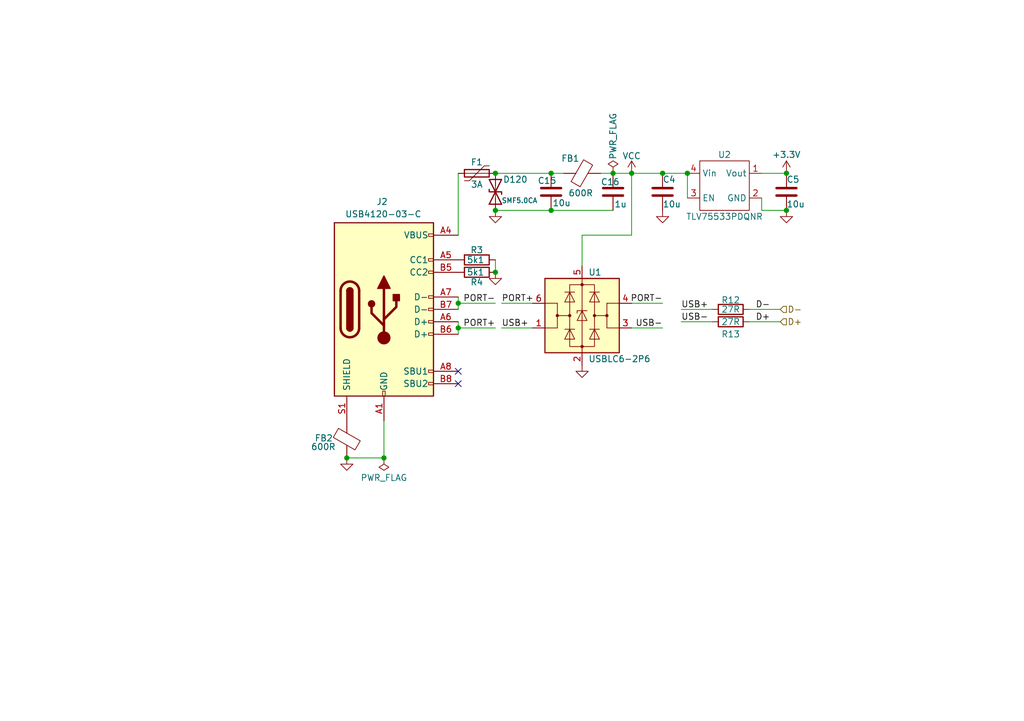
<source format=kicad_sch>
(kicad_sch (version 20230121) (generator eeschema)
  (paper "A5")
  (title_block (title "USB") (date "2021-11-01") (rev "1.0") (company "0xCB") (comment 1 "Conor Burns"))
  (lib_symbols
    (symbol "0xcb:LP5907SNX-3.3-NOPB"
      (property "Reference" "U" (at 0 0 0))
      (property "Value" "LP5907SNX-3.3-NOPB" (at 0 5.08 0))
      (symbol "LP5907SNX-3.3-NOPB_0_1"
        (rectangle (start -5.08 5.08) (end 5.08 -5.08))
      )
      (symbol "LP5907SNX-3.3-NOPB_1_1"
        (pin power_out line (at 7.62 2.54 180) (length 2.54) (name "Vout") (number "1"))
        (pin power_in line (at 7.62 -2.54 180) (length 2.54) (name "GND") (number "2"))
        (pin input line (at -7.62 -2.54 0) (length 2.54) (name "EN") (number "3"))
        (pin power_in line (at -7.62 2.54 0) (length 2.54) (name "Vin") (number "4"))
        (pin power_in line (at 7.62 -2.54 180) (length 2.54) hide (name "TP") (number "5"))
      )
    )
    (symbol "Connector:USB_C_Receptacle_USB2.0" (pin_names (offset 1.016))
      (property "Reference" "J" (at -10.16 19.05 0))
      (property "Value" "USB_C_Receptacle_USB2.0" (at 19.05 19.05 0))
      (symbol "USB_C_Receptacle_USB2.0_0_0"
        (rectangle (start -0.254 -17.78) (end 0.254 -16.764))
        (rectangle (start 10.16 -14.986) (end 9.144 -15.494))
        (rectangle (start 10.16 -12.446) (end 9.144 -12.954))
        (rectangle (start 10.16 -4.826) (end 9.144 -5.334))
        (rectangle (start 10.16 -2.286) (end 9.144 -2.794))
        (rectangle (start 10.16 0.254) (end 9.144 -0.254))
        (rectangle (start 10.16 2.794) (end 9.144 2.286))
        (rectangle (start 10.16 7.874) (end 9.144 7.366))
        (rectangle (start 10.16 10.414) (end 9.144 9.906))
        (rectangle (start 10.16 15.494) (end 9.144 14.986))
      )
      (symbol "USB_C_Receptacle_USB2.0_0_1"
        (rectangle (start -10.16 17.78) (end 10.16 -17.78) (stroke (width 0.254)) (fill (type background)))
        (arc (start -8.89 -3.81) (mid -6.985 -5.7067) (end -5.08 -3.81) (stroke (width 0.508)))
        (arc (start -7.62 -3.81) (mid -6.985 -4.4423) (end -6.35 -3.81) (stroke (width 0.254)))
        (arc (start -7.62 -3.81) (mid -6.985 -4.4423) (end -6.35 -3.81) (stroke (width 0.254)) (fill (type outline)))
        (rectangle (start -7.62 -3.81) (end -6.35 3.81) (stroke (width 0.254)) (fill (type outline)))
        (arc (start -6.35 3.81) (mid -6.985 4.4423) (end -7.62 3.81) (stroke (width 0.254)))
        (arc (start -6.35 3.81) (mid -6.985 4.4423) (end -7.62 3.81) (stroke (width 0.254)) (fill (type outline)))
        (arc (start -5.08 3.81) (mid -6.985 5.7067) (end -8.89 3.81) (stroke (width 0.508)))
        (circle (center -2.54 1.143) (radius 0.635) (stroke (width 0.254)) (fill (type outline)))
        (circle (center 0 -5.842) (radius 1.27) (fill (type outline)))
        (polyline (pts (xy -8.89 -3.81) (xy -8.89 3.81)) (stroke (width 0.508)))
        (polyline (pts (xy -5.08 3.81) (xy -5.08 -3.81)) (stroke (width 0.508)))
        (polyline (pts (xy 0 -5.842) (xy 0 4.318)) (stroke (width 0.508)))
        (polyline (pts (xy 0 -3.302) (xy -2.54 -0.762) (xy -2.54 0.508)) (stroke (width 0.508)))
        (polyline (pts (xy 0 -2.032) (xy 2.54 0.508) (xy 2.54 1.778)) (stroke (width 0.508)))
        (polyline (pts (xy -1.27 4.318) (xy 0 6.858) (xy 1.27 4.318) (xy -1.27 4.318)) (stroke (width 0.254)) (fill (type outline)))
        (rectangle (start 1.905 1.778) (end 3.175 3.048) (stroke (width 0.254)) (fill (type outline)))
      )
      (symbol "USB_C_Receptacle_USB2.0_1_1"
        (pin passive line (at 0 -22.86 90) (length 5.08) (name "GND") (number "A1"))
        (pin passive line (at 0 -22.86 90) (length 5.08) hide (name "GND") (number "A12"))
        (pin passive line (at 15.24 15.24 180) (length 5.08) (name "VBUS") (number "A4"))
        (pin bidirectional line (at 15.24 10.16 180) (length 5.08) (name "CC1") (number "A5"))
        (pin bidirectional line (at 15.24 -2.54 180) (length 5.08) (name "D+") (number "A6"))
        (pin bidirectional line (at 15.24 2.54 180) (length 5.08) (name "D-") (number "A7"))
        (pin bidirectional line (at 15.24 -12.7 180) (length 5.08) (name "SBU1") (number "A8"))
        (pin passive line (at 15.24 15.24 180) (length 5.08) hide (name "VBUS") (number "A9"))
        (pin passive line (at 0 -22.86 90) (length 5.08) hide (name "GND") (number "B1"))
        (pin passive line (at 0 -22.86 90) (length 5.08) hide (name "GND") (number "B12"))
        (pin passive line (at 15.24 15.24 180) (length 5.08) hide (name "VBUS") (number "B4"))
        (pin bidirectional line (at 15.24 7.62 180) (length 5.08) (name "CC2") (number "B5"))
        (pin bidirectional line (at 15.24 -5.08 180) (length 5.08) (name "D+") (number "B6"))
        (pin bidirectional line (at 15.24 0 180) (length 5.08) (name "D-") (number "B7"))
        (pin bidirectional line (at 15.24 -15.24 180) (length 5.08) (name "SBU2") (number "B8"))
        (pin passive line (at 15.24 15.24 180) (length 5.08) hide (name "VBUS") (number "B9"))
        (pin passive line (at -7.62 -22.86 90) (length 5.08) (name "SHIELD") (number "S1"))
      )
    )
    (symbol "Device:C" (pin_numbers hide) (pin_names (offset 0.254))
      (property "Reference" "C" (at 0.635 2.54 0))
      (property "Value" "C" (at 0.635 -2.54 0))
      (symbol "C_0_1"
        (polyline (pts (xy -2.032 -0.762) (xy 2.032 -0.762)) (stroke (width 0.508)))
        (polyline (pts (xy -2.032 0.762) (xy 2.032 0.762)) (stroke (width 0.508)))
      )
      (symbol "C_1_1"
        (pin passive line (at 0 3.81 270) (length 2.794) (name "~") (number "1"))
        (pin passive line (at 0 -3.81 90) (length 2.794) (name "~") (number "2"))
      )
    )
    (symbol "Device:D_TVS" (pin_numbers hide) (pin_names (offset 1.016) hide)
      (property "Reference" "D" (at 0 2.54 0))
      (property "Value" "D_TVS" (at 0 -2.54 0))
      (symbol "D_TVS_0_1"
        (polyline (pts (xy 1.27 0) (xy -1.27 0)))
        (polyline (pts (xy 0.508 1.27) (xy 0 1.27) (xy 0 -1.27) (xy -0.508 -1.27)) (stroke (width 0.254)))
        (polyline (pts (xy -2.54 1.27) (xy -2.54 -1.27) (xy 2.54 1.27) (xy 2.54 -1.27) (xy -2.54 1.27)) (stroke (width 0.254)))
      )
      (symbol "D_TVS_1_1"
        (pin passive line (at -3.81 0 0) (length 2.54) (name "A1") (number "1"))
        (pin passive line (at 3.81 0 180) (length 2.54) (name "A2") (number "2"))
      )
    )
    (symbol "Device:FerriteBead" (pin_numbers hide) (pin_names (offset 0))
      (property "Reference" "FB" (at -3.81 0.635 90))
      (property "Value" "FerriteBead" (at 3.81 0 90))
      (symbol "FerriteBead_0_1"
        (polyline (pts (xy 0 -1.27) (xy 0 -1.2192)))
        (polyline (pts (xy 0 1.27) (xy 0 1.2954)))
        (polyline (pts (xy -2.7686 0.4064) (xy -1.7018 2.2606) (xy 2.7686 -0.3048) (xy 1.6764 -2.159) (xy -2.7686 0.4064)))
      )
      (symbol "FerriteBead_1_1"
        (pin passive line (at 0 3.81 270) (length 2.54) (name "~") (number "1"))
        (pin passive line (at 0 -3.81 90) (length 2.54) (name "~") (number "2"))
      )
    )
    (symbol "Device:Polyfuse" (pin_numbers hide) (pin_names (offset 0))
      (property "Reference" "F" (at -2.54 0 90))
      (property "Value" "Polyfuse" (at 2.54 0 90))
      (symbol "Polyfuse_0_1"
        (rectangle (start -0.762 2.54) (end 0.762 -2.54) (stroke (width 0.254)))
        (polyline (pts (xy 0 2.54) (xy 0 -2.54)))
        (polyline (pts (xy -1.524 2.54) (xy -1.524 1.524) (xy 1.524 -1.524) (xy 1.524 -2.54)))
      )
      (symbol "Polyfuse_1_1"
        (pin passive line (at 0 3.81 270) (length 1.27) (name "~") (number "1"))
        (pin passive line (at 0 -3.81 90) (length 1.27) (name "~") (number "2"))
      )
    )
    (symbol "Device:R" (pin_numbers hide) (pin_names (offset 0))
      (property "Reference" "R" (at 2.032 0 90))
      (property "Value" "R" (at 0 0 90))
      (symbol "R_0_1"
        (rectangle (start -1.016 -2.54) (end 1.016 2.54) (stroke (width 0.254)))
      )
      (symbol "R_1_1"
        (pin passive line (at 0 3.81 270) (length 1.27) (name "~") (number "1"))
        (pin passive line (at 0 -3.81 90) (length 1.27) (name "~") (number "2"))
      )
    )
    (symbol "GND_1" (power) (pin_names (offset 0))
      (property "Value" "GND_1" (at 0 -3.81 0))
      (symbol "GND_1_0_1"
        (polyline (pts (xy 0 0) (xy 0 -1.27) (xy 1.27 -1.27) (xy 0 -2.54) (xy -1.27 -1.27) (xy 0 -1.27)))
      )
      (symbol "GND_1_1_1"
        (pin power_in line (at 0 0 270) (length 0) hide (name "GND") (number "1"))
      )
    )
    (symbol "Power_Protection:USBLC6-2P6" (pin_names hide)
      (property "Reference" "U" (at 2.54 8.89 0))
      (property "Value" "USBLC6-2P6" (at 2.54 -8.89 0))
      (symbol "USBLC6-2P6_0_1"
        (rectangle (start -7.62 -7.62) (end 7.62 7.62) (stroke (width 0.254)) (fill (type background)))
        (circle (center -5.08 0) (radius 0.254) (fill (type outline)))
        (circle (center -2.54 0) (radius 0.254) (fill (type outline)))
        (rectangle (start -2.54 6.35) (end 2.54 -6.35))
        (circle (center 0 -6.35) (radius 0.254) (fill (type outline)))
        (polyline (pts (xy -5.08 -2.54) (xy -7.62 -2.54)))
        (polyline (pts (xy -5.08 0) (xy -5.08 -2.54)))
        (polyline (pts (xy -5.08 2.54) (xy -7.62 2.54)))
        (polyline (pts (xy -1.524 -2.794) (xy -3.556 -2.794)))
        (polyline (pts (xy -1.524 4.826) (xy -3.556 4.826)))
        (polyline (pts (xy 0 -7.62) (xy 0 -6.35)))
        (polyline (pts (xy 0 -6.35) (xy 0 1.27)))
        (polyline (pts (xy 0 1.27) (xy 0 6.35)))
        (polyline (pts (xy 0 6.35) (xy 0 7.62)))
        (polyline (pts (xy 1.524 -2.794) (xy 3.556 -2.794)))
        (polyline (pts (xy 1.524 4.826) (xy 3.556 4.826)))
        (polyline (pts (xy 5.08 -2.54) (xy 7.62 -2.54)))
        (polyline (pts (xy 5.08 0) (xy 5.08 -2.54)))
        (polyline (pts (xy 5.08 2.54) (xy 7.62 2.54)))
        (polyline (pts (xy -2.54 0) (xy -5.08 0) (xy -5.08 2.54)))
        (polyline (pts (xy 2.54 0) (xy 5.08 0) (xy 5.08 2.54)))
        (polyline (pts (xy -3.556 -4.826) (xy -1.524 -4.826) (xy -2.54 -2.794) (xy -3.556 -4.826)))
        (polyline (pts (xy -3.556 2.794) (xy -1.524 2.794) (xy -2.54 4.826) (xy -3.556 2.794)))
        (polyline (pts (xy -1.016 -1.016) (xy 1.016 -1.016) (xy 0 1.016) (xy -1.016 -1.016)))
        (polyline (pts (xy 1.016 1.016) (xy 0.762 1.016) (xy -1.016 1.016) (xy -1.016 0.508)))
        (polyline (pts (xy 3.556 -4.826) (xy 1.524 -4.826) (xy 2.54 -2.794) (xy 3.556 -4.826)))
        (polyline (pts (xy 3.556 2.794) (xy 1.524 2.794) (xy 2.54 4.826) (xy 3.556 2.794)))
        (circle (center 0 6.35) (radius 0.254) (fill (type outline)))
        (circle (center 2.54 0) (radius 0.254) (fill (type outline)))
        (circle (center 5.08 0) (radius 0.254) (fill (type outline)))
      )
      (symbol "USBLC6-2P6_1_1"
        (pin passive line (at -10.16 -2.54 0) (length 2.54) (name "I/O1") (number "1"))
        (pin passive line (at 0 -10.16 90) (length 2.54) (name "GND") (number "2"))
        (pin passive line (at 10.16 -2.54 180) (length 2.54) (name "I/O2") (number "3"))
        (pin passive line (at 10.16 2.54 180) (length 2.54) (name "I/O2") (number "4"))
        (pin passive line (at 0 10.16 270) (length 2.54) (name "VBUS") (number "5"))
        (pin passive line (at -10.16 2.54 0) (length 2.54) (name "I/O1") (number "6"))
      )
    )
    (symbol "power:+3.3V" (power) (pin_names (offset 0))
      (property "Value" "+3.3V" (at 0 3.556 0))
      (symbol "+3.3V_0_1"
        (polyline (pts (xy -0.762 1.27) (xy 0 2.54)))
        (polyline (pts (xy 0 0) (xy 0 2.54)))
        (polyline (pts (xy 0 2.54) (xy 0.762 1.27)))
      )
      (symbol "+3.3V_1_1"
        (pin power_in line (at 0 0 90) (length 0) hide (name "+3.3V") (number "1"))
      )
    )
    (symbol "power:PWR_FLAG" (power) (pin_numbers hide) (pin_names (offset 0) hide)
      (property "Value" "PWR_FLAG" (at 0 3.81 0))
      (symbol "PWR_FLAG_0_0"
        (pin power_out line (at 0 0 90) (length 0) (name "pwr") (number "1"))
      )
      (symbol "PWR_FLAG_0_1"
        (polyline (pts (xy 0 0) (xy 0 1.27) (xy -1.016 1.905) (xy 0 2.54) (xy 1.016 1.905) (xy 0 1.27)))
      )
    )
    (symbol "power:VCC" (power) (pin_names (offset 0))
      (property "Value" "VCC" (at 0 3.81 0))
      (symbol "VCC_0_1"
        (polyline (pts (xy -0.762 1.27) (xy 0 2.54)))
        (polyline (pts (xy 0 0) (xy 0 2.54)))
        (polyline (pts (xy 0 2.54) (xy 0.762 1.27)))
      )
      (symbol "VCC_1_1"
        (pin power_in line (at 0 0 90) (length 0) hide (name "VCC") (number "1"))
      )
    )
  )
  (junction (at 101.6 35.56))
  (junction (at 113.03 35.56))
  (junction (at 125.73 35.56))
  (junction (at 71.12 93.98))
  (junction (at 129.54 35.56))
  (junction (at 161.29 35.56))
  (junction (at 93.98 67.31))
  (junction (at 161.29 43.18))
  (junction (at 113.03 43.18))
  (junction (at 101.6 55.88))
  (junction (at 93.98 62.23))
  (junction (at 78.74 93.98))
  (junction (at 140.97 35.56))
  (junction (at 101.6 43.18))
  (junction (at 135.89 35.56))
  (no_connect (at 93.98 76.2))
  (no_connect (at 93.98 78.74))
  (wire (pts (xy 93.98 60.96) (xy 93.98 62.23)))
  (wire (pts (xy 135.89 62.23) (xy 129.54 62.23)))
  (wire (pts (xy 93.98 67.31) (xy 93.98 68.58)))
  (wire (pts (xy 160.02 63.5) (xy 153.67 63.5)))
  (wire (pts (xy 71.12 93.98) (xy 78.74 93.98)))
  (wire (pts (xy 93.98 66.04) (xy 93.98 67.31)))
  (wire (pts (xy 119.38 54.61) (xy 119.38 48.26)))
  (wire (pts (xy 101.6 53.34) (xy 101.6 55.88)))
  (wire (pts (xy 156.21 43.18) (xy 156.21 40.64)))
  (wire (pts (xy 123.19 35.56) (xy 125.73 35.56)))
  (wire (pts (xy 156.21 35.56) (xy 161.29 35.56)))
  (wire (pts (xy 93.98 62.23) (xy 101.6 62.23)))
  (wire (pts (xy 139.7 66.04) (xy 146.05 66.04)))
  (wire (pts (xy 156.21 43.18) (xy 161.29 43.18)))
  (wire (pts (xy 101.6 35.56) (xy 113.03 35.56)))
  (wire (pts (xy 160.02 66.04) (xy 153.67 66.04)))
  (wire (pts (xy 109.22 67.31) (xy 102.87 67.31)))
  (wire (pts (xy 129.54 35.56) (xy 135.89 35.56)))
  (wire (pts (xy 135.89 35.56) (xy 140.97 35.56)))
  (wire (pts (xy 78.74 86.36) (xy 78.74 93.98)))
  (wire (pts (xy 102.87 62.23) (xy 109.22 62.23)))
  (wire (pts (xy 93.98 62.23) (xy 93.98 63.5)))
  (wire (pts (xy 119.38 48.26) (xy 129.54 48.26)))
  (wire (pts (xy 139.7 63.5) (xy 146.05 63.5)))
  (wire (pts (xy 93.98 67.31) (xy 101.6 67.31)))
  (wire (pts (xy 129.54 48.26) (xy 129.54 35.56)))
  (wire (pts (xy 101.6 43.18) (xy 113.03 43.18)))
  (wire (pts (xy 140.97 35.56) (xy 140.97 40.64)))
  (wire (pts (xy 135.89 67.31) (xy 129.54 67.31)))
  (wire (pts (xy 93.98 35.56) (xy 93.98 48.26)))
  (wire (pts (xy 115.57 35.56) (xy 113.03 35.56)))
  (wire (pts (xy 113.03 43.18) (xy 125.73 43.18)))
  (wire (pts (xy 125.73 35.56) (xy 129.54 35.56)))
  (label "PORT-" (at 101.6 62.23 180))
  (label "PORT+" (at 101.6 67.31 180))
  (label "USB-" (at 139.7 66.04 0))
  (label "D-" (at 154.94 63.5 0))
  (label "USB-" (at 135.89 67.31 180))
  (label "USB+" (at 102.87 67.31 0))
  (label "USB+" (at 139.7 63.5 0))
  (label "PORT-" (at 135.89 62.23 180))
  (label "PORT+" (at 102.87 62.23 0))
  (label "D+" (at 154.94 66.04 0))
  (hierarchical_label "D-" (shape input) (at 160.02 63.5 0))
  (hierarchical_label "D+" (shape input) (at 160.02 66.04 0))
  (symbol (lib_id "Device:R") (at 149.86 63.5 90) (unit 1)
    (property "Reference" "R12" (at 149.86 61.595 90))
    (property "Value" "27R" (at 149.86 63.5 90))
    (property "Footprint" "Resistor_SMD:R_0201_0603Metric" (effects hide))
    (property "LCSC" "C273295" (effects hide))
    (property "MPN " "0402WGF270JTCE" (effects hide))
    (property "Manufacturer" "UNI-ROYAL(Uniroyal Elec)" (effects hide))
    (property "JLC Basic" "N" (effects hide))
    (property "Substitute" "Y" (effects hide))
    (property "JLCPCB_CORRECTION" "0; 0; 90" (effects hide))
    (instances (project "helios" (path "" (reference "R12") (unit 1))) (project "pcb-solder" (path "" (reference "R18") (unit 1)) (path "" (reference "R1") (unit 1))))
  )
  (symbol (lib_id "Device:C") (at 135.89 39.37 0) (unit 1)
    (property "Reference" "C4" (at 135.89 36.83 0) (effects (justify left)))
    (property "Value" "10u" (at 135.89 41.91 0) (effects (justify left)))
    (property "Footprint" "Capacitor_SMD:C_0402_1005Metric" (effects hide))
    (property "JLC Basic" "Y" (effects hide))
    (property "LCSC" "C15525" (effects hide))
    (property "MPN " "CL05A106MQ5NUNC" (effects hide))
    (property "Manufacturer" "Samsung Electro-Mechanics" (effects hide))
    (property "Substitute" "Y" (effects hide))
    (instances (project "helios" (path "" (reference "C4") (unit 1))) (project "pcb-solder" (path "" (reference "C20") (unit 1)) (path "" (reference "C39") (unit 1))))
  )
  (symbol (lib_id "power:VCC") (at 129.54 35.56 0) (unit 1)
    (property "Reference" "#PWR010" (effects hide))
    (property "Value" "VCC" (at 129.54 32.004 0))
    (instances (project "pcb-solder" (path "" (reference "#PWR010") (unit 1)) (path "" (reference "#PWR06") (unit 1))))
  )
  (symbol (lib_name "GND_1") (lib_id "power:GND") (at 135.89 43.18 0) (mirror y) (unit 1)
    (property "Reference" "#PWR026" (effects hide))
    (property "Value" "GND" (effects hide))
  )
  (symbol (lib_id "Device:C") (at 125.73 39.37 0) (unit 1)
    (property "Reference" "C16" (at 123.19 37.3379 0) (effects (justify left)))
    (property "Value" "1u" (at 125.984 41.9099 0) (effects (justify left)))
    (property "Footprint" "Capacitor_SMD:C_0201_0603Metric" (effects hide))
    (property "LCSC" "C237458" (effects hide))
  )
  (symbol (lib_name "GND_1") (lib_id "power:GND") (at 101.6 43.18 0) (mirror y) (unit 1)
    (property "Reference" "#PWR020" (effects hide))
    (property "Value" "GND" (effects hide))
  )
  (symbol (lib_name "GND_1") (lib_id "power:GND") (at 71.12 93.98 0) (mirror y) (unit 1)
    (property "Reference" "#PWR024" (effects hide))
    (property "Value" "GND" (effects hide))
  )
  (symbol (lib_id "power:PWR_FLAG") (at 78.74 93.98 180) (unit 1)
    (property "Reference" "#FLG02" (effects hide))
    (property "Value" "PWR_FLAG" (at 78.74 98.044 0))
  )
  (symbol (lib_id "Device:R") (at 97.79 53.34 90) (unit 1)
    (property "Reference" "R3" (at 97.79 51.308 90))
    (property "Value" "5k1" (at 97.536 53.34 90))
    (property "Footprint" "Resistor_SMD:R_0201_0603Metric" (effects hide))
    (property "LCSC" "C473460" (effects hide))
  )
  (symbol (lib_id "Power_Protection:USBLC6-2P6") (at 119.38 64.77 0) (unit 1)
    (property "Reference" "U1" (at 120.65 55.88 0) (effects (justify left)))
    (property "Value" "USBLC6-2P6" (at 120.65 73.66 0) (effects (justify left)))
    (property "Footprint" "Package_TO_SOT_SMD:SOT-666" (effects hide))
    (property "Datasheet" "https://www.st.com/resource/en/datasheet/usblc6-2.pdf" (effects hide))
    (property "JLC Basic" "N" (effects hide))
    (property "LCSC" "C2827693" (effects hide))
    (property "MPN " "USBLC6-2P6" (effects hide))
    (property "Manufacturer" "TECH PUBLIC" (effects hide))
    (property "Substitute" "N" (effects hide))
    (property "JLCPCB_CORRECTION" "0; 0; 270" (effects hide))
    (instances (project "helios" (path "" (reference "U1") (unit 1))) (project "pcb-solder" (path "" (reference "U3") (unit 1)) (path "" (reference "U2") (unit 1))))
  )
  (symbol (lib_id "Device:Polyfuse") (at 97.79 35.56 90) (unit 1)
    (property "Reference" "F1" (at 97.79 33.274 90))
    (property "Value" "3A" (at 97.79 37.846 90))
    (property "Footprint" "0xcb:Fuse_0805_2012Metric" (effects hide))
    (property "LCSC" "C70156" (effects hide))
  )
  (symbol (lib_id "Device:R") (at 97.79 55.88 90) (unit 1)
    (property "Reference" "R4" (at 97.79 57.912 90))
    (property "Value" "5k1" (at 97.536 55.88 90))
    (property "Footprint" "Resistor_SMD:R_0201_0603Metric" (effects hide))
    (property "LCSC" "C473460" (effects hide))
  )
  (symbol (lib_id "Connector:USB_C_Receptacle_USB2.0") (at 78.74 63.5 0) (unit 1)
    (property "Reference" "J2" (at 78.359 41.402 0))
    (property "Value" "USB4120-03-C" (at 78.613 43.942 0))
    (property "Footprint" "0xcb:GCT_USB4105_REVA" (effects hide))
    (property "Datasheet" "https://www.usb.org/sites/default/files/documents/usb_type-c.zip" (effects hide))
    (property "LCSC" "C165948" (effects hide))
    (property "JLCPCB_CORRECTION" "0; 2.5; 180" (effects hide))
  )
  (symbol (lib_id "power:+3.3V") (at 161.29 35.56 0) (unit 1)
    (property "Reference" "#PWR07" (effects hide))
    (property "Value" "+3.3V" (at 161.29 31.75 0))
    (instances (project "pcb-solder" (path "" (reference "#PWR07") (unit 1)) (path "" (reference "#PWR023") (unit 1))))
  )
  (symbol (lib_id "Device:FerriteBead") (at 119.38 35.56 90) (unit 1)
    (property "Reference" "FB1" (at 118.8719 32.512 90) (effects (justify left)))
    (property "Value" "600R" (at 121.6659 39.624 90) (effects (justify left)))
    (property "Footprint" "Capacitor_SMD:C_0201_0603Metric" (effects hide))
    (property "LCSC" "C88960" (effects hide))
  )
  (symbol (lib_name "GND_1") (lib_id "power:GND") (at 119.38 74.93 0) (mirror y) (unit 1)
    (property "Reference" "#PWR021" (effects hide))
    (property "Value" "GND" (effects hide))
  )
  (symbol (lib_name "GND_1") (lib_id "power:GND") (at 161.29 43.18 0) (mirror y) (unit 1)
    (property "Reference" "#PWR025" (effects hide))
    (property "Value" "GND" (effects hide))
  )
  (symbol (lib_id "Device:R") (at 149.86 66.04 90) (unit 1)
    (property "Reference" "R13" (at 149.86 68.58 90))
    (property "Value" "27R" (at 149.86 66.04 90))
    (property "Footprint" "Resistor_SMD:R_0201_0603Metric" (effects hide))
    (property "LCSC" "C273295" (effects hide))
    (property "MPN " "0402WGF270JTCE" (effects hide))
    (property "Manufacturer" "UNI-ROYAL(Uniroyal Elec)" (effects hide))
    (property "JLC Basic" "N" (effects hide))
    (property "Substitute" "Y" (effects hide))
    (property "JLCPCB_CORRECTION" "0; 0; 90" (effects hide))
    (instances (project "helios" (path "" (reference "R13") (unit 1))) (project "pcb-solder" (path "" (reference "R19") (unit 1)) (path "" (reference "R2") (unit 1))))
  )
  (symbol (lib_id "Device:FerriteBead") (at 71.12 90.17 0) (unit 1)
    (property "Reference" "FB2" (at 64.516 89.9159 0) (effects (justify left)))
    (property "Value" "600R" (at 63.754 91.6939 0) (effects (justify left)))
    (property "Footprint" "Capacitor_SMD:C_0201_0603Metric" (effects hide))
    (property "LCSC" "C88960" (effects hide))
  )
  (symbol (lib_id "Device:D_TVS") (at 101.6 39.37 90) (unit 1)
    (property "Reference" "D120" (at 103.124 36.8299 90) (effects (justify right)))
    (property "Value" "SMF5.0CA" (at 102.87 41.1479 90) (effects (font (size 1 1)) (justify right)))
    (property "Footprint" "Diode_SMD:D_SOD-123F" (effects hide))
    (property "LCSC" "C399251" (effects hide))
    (property "JLCPCB_CORRECTION" "0; 0; 180" (effects hide))
  )
  (symbol (lib_id "0xcb:LP5907SNX-3.3-NOPB") (at 148.59 38.1 0) (unit 1)
    (property "Reference" "U2" (at 148.59 31.75 0))
    (property "Value" "TLV75533PDQNR" (at 148.59 44.45 0))
    (property "Footprint" "0xcb:X2SON-4" (effects hide))
    (property "Datasheet" "https://www.ti.com/lit/ds/symlink/tlv755p.pdf" (effects hide))
    (property "LCSC" "C2861882" (effects hide))
    (property "JLC Basic" "N" (effects hide))
    (property "Substitute" "N" (effects hide))
    (property "Manufacturer" "Texas Instruments" (effects hide))
    (property "MPN " "TLV75533PDQNR" (effects hide))
    (instances (project "helios" (path "" (reference "U2") (unit 1))) (project "pcb-solder" (path "" (reference "U4") (unit 1)) (path "" (reference "U8") (unit 1))))
  )
  (symbol (lib_id "power:PWR_FLAG") (at 125.73 35.56 0) (unit 1)
    (property "Reference" "#FLG01" (effects hide))
    (property "Value" "PWR_FLAG" (at 125.73 27.94 90))
  )
  (symbol (lib_name "GND_1") (lib_id "power:GND") (at 101.6 55.88 0) (mirror y) (unit 1)
    (property "Reference" "#PWR022" (effects hide))
    (property "Value" "GND" (effects hide))
  )
  (symbol (lib_id "Device:C") (at 161.29 39.37 0) (unit 1)
    (property "Reference" "C5" (at 161.29 36.83 0) (effects (justify left)))
    (property "Value" "10u" (at 161.29 41.91 0) (effects (justify left)))
    (property "Footprint" "Capacitor_SMD:C_0402_1005Metric" (effects hide))
    (property "JLC Basic" "Y" (effects hide))
    (property "LCSC" "C15525" (effects hide))
    (property "MPN " "CL05A106MQ5NUNC" (effects hide))
    (property "Manufacturer" "Samsung Electro-Mechanics" (effects hide))
    (property "Substitute" "Y" (effects hide))
    (instances (project "helios" (path "" (reference "C5") (unit 1))) (project "pcb-solder" (path "" (reference "C21") (unit 1)) (path "" (reference "C40") (unit 1))))
  )
  (symbol (lib_id "Device:C") (at 113.03 39.37 0) (unit 1)
    (property "Reference" "C15" (at 110.236 37.0839 0) (effects (justify left)))
    (property "Value" "10u" (at 113.284 41.6559 0) (effects (justify left)))
    (property "Footprint" "Capacitor_SMD:C_0402_1005Metric" (effects hide))
    (property "LCSC" "C15525" (effects hide))
  )
)
</source>
